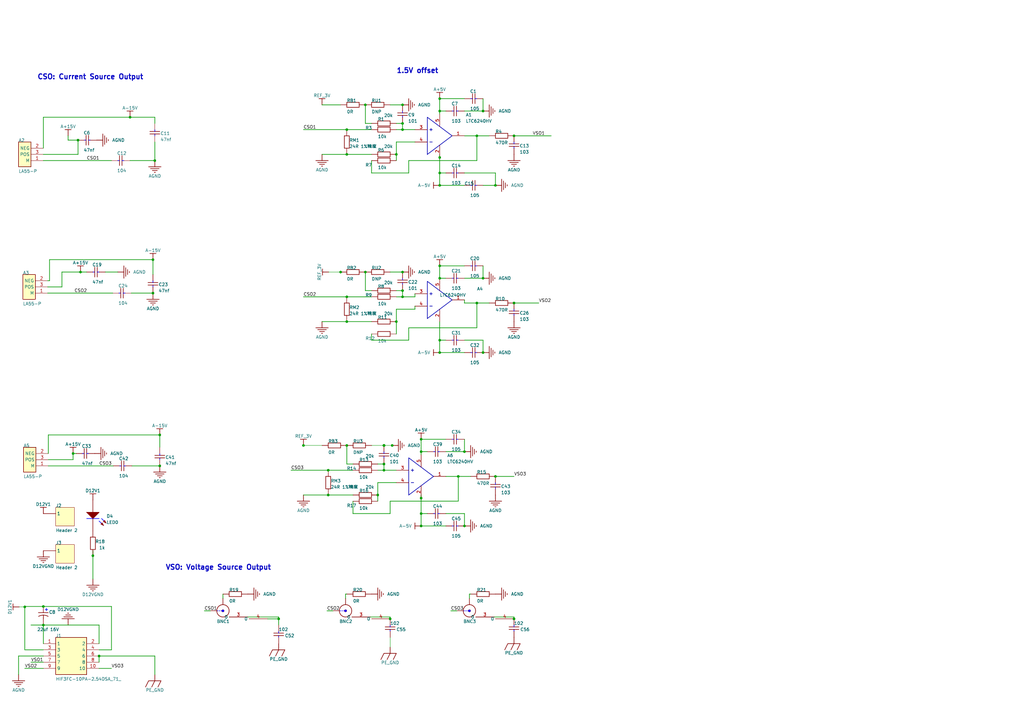
<source format=kicad_sch>
(kicad_sch (version 20230121) (generator eeschema)
  (paper "A3")
  (junction (at 165.1 119.2022))
  (junction (at 165.1 121.7422))
  (junction (at 180.34 139.5222))
  (junction (at 157.48 190.3222))
  (junction (at 172.72 180.1622))
  (junction (at 160.02 253.8222))
  (junction (at 154.94 203.0222))
  (junction (at 165.1 50.6222))
  (junction (at 160.8582 182.7022))
  (junction (at 38.1 227.9142))
  (junction (at 165.1 43.0022))
  (junction (at 190.5 215.7222))
  (junction (at 180.34 144.6022))
  (junction (at 162.56 131.9022))
  (junction (at 180.34 45.5422))
  (junction (at 203.2 195.4022))
  (junction (at 149.86 43.0022))
  (junction (at 180.34 76.0222))
  (junction (at 65.532 178.3842))
  (junction (at 162.56 63.3222))
  (junction (at 142.24 63.3222))
  (junction (at 124.46 182.7022))
  (junction (at 180.34 40.4622))
  (junction (at 180.34 114.1222))
  (junction (at 142.24 121.7422))
  (junction (at 10.16 248.92))
  (junction (at 62.738 120.2182))
  (junction (at 65.532 191.0842))
  (junction (at 172.72 204.2922))
  (junction (at 210.82 55.7022))
  (junction (at 165.1 111.5822))
  (junction (at 198.12 144.6022))
  (junction (at 134.62 192.8622))
  (junction (at 149.86 111.5822))
  (junction (at 195.58 55.7022))
  (junction (at 134.62 203.0222))
  (junction (at 157.48 192.8622))
  (junction (at 63.5 65.8622))
  (junction (at 180.34 109.0422))
  (junction (at 17.78 256.3622))
  (junction (at 53.34 48.0822))
  (junction (at 165.1 53.1622))
  (junction (at 17.78 248.7422))
  (junction (at 198.12 45.5422))
  (junction (at 210.82 253.8222))
  (junction (at 172.72 210.6422))
  (junction (at 203.2 76.0222))
  (junction (at 29.972 186.0042))
  (junction (at 180.34 64.5922))
  (junction (at 195.58 124.2822))
  (junction (at 190.5 185.2422))
  (junction (at 180.34 70.9422))
  (junction (at 198.12 114.1222))
  (junction (at 210.82 124.2822))
  (junction (at 187.96 195.4022))
  (junction (at 157.5054 182.7022))
  (junction (at 33.02 111.5822))
  (junction (at 139.7 111.5822))
  (junction (at 172.72 215.7222))
  (junction (at 40.64 269.0622))
  (junction (at 157.48 182.7022))
  (junction (at 142.24 131.9022))
  (junction (at 32.004 57.4802))
  (junction (at 62.738 106.5022))
  (junction (at 114.3 253.8222))
  (junction (at 142.24 53.1622))
  (junction (at 172.72 185.2422))
  (junction (at 142.24 182.7022))
  (wire (pts (xy 149.86 50.6222) (xy 149.86 43.0022)) (stroke (width 0.254)))
  (wire (pts (xy 124.46 182.7022) (xy 124.46 182.7276)))
  (wire (pts (xy 25.4 117.6782) (xy 25.4 111.5822)) (stroke (width 0.254)))
  (wire (pts (xy 180.34 64.5922) (xy 180.34 63.3222)) (stroke (width 0.254)))
  (wire (pts (xy 19.558 115.1382) (xy 20.32 115.1382)) (stroke (width 0.254)))
  (wire (pts (xy 190.5 45.5422) (xy 198.12 45.5422)) (stroke (width 0.254)))
  (wire (pts (xy 180.34 109.0422) (xy 190.5 109.0422)) (stroke (width 0.254)))
  (wire (pts (xy 144.78 192.8622) (xy 134.62 192.8622)) (stroke (width 0.254)))
  (wire (pts (xy 17.78 256.3622) (xy 40.64 256.3622)) (stroke (width 0.254)))
  (wire (pts (xy 45.72 266.5222) (xy 45.72 248.7422)) (stroke (width 0.254)))
  (wire (pts (xy 170.18 126.8222) (xy 170.18 125.5522)) (stroke (width 0.254)))
  (wire (pts (xy 27.94 55.7022) (xy 27.94 57.4802)) (stroke (width 0.254)))
  (wire (pts (xy 162.56 126.8222) (xy 170.18 126.8222)) (stroke (width 0.254)))
  (wire (pts (xy 54.102 191.0842) (xy 65.532 191.0842)) (stroke (width 0.254)))
  (wire (pts (xy 132.08 182.7022) (xy 124.46 182.7022)))
  (wire (pts (xy 157.48 182.7022) (xy 157.5054 182.7022)))
  (wire (pts (xy 63.5 276.6822) (xy 63.5 269.0622)) (stroke (width 0.254)))
  (wire (pts (xy 142.24 63.3222) (xy 132.08 63.3222)) (stroke (width 0.254)))
  (wire (pts (xy 162.56 53.1622) (xy 165.1 53.1622)) (stroke (width 0.254)))
  (wire (pts (xy 190.5 139.5222) (xy 198.12 139.5222)) (stroke (width 0.254)))
  (wire (pts (xy 203.2 76.0222) (xy 198.12 76.0222)) (stroke (width 0.254)))
  (wire (pts (xy 190.5 124.2822) (xy 195.58 124.2822)) (stroke (width 0.254)))
  (wire (pts (xy 160.02 111.5822) (xy 165.1 111.5822)) (stroke (width 0.254)))
  (wire (pts (xy 162.56 58.2422) (xy 162.56 63.3222)) (stroke (width 0.254)))
  (wire (pts (xy 43.18 111.5822) (xy 48.26 111.5822)) (stroke (width 0.254)))
  (wire (pts (xy 187.96 195.4022) (xy 182.88 195.4022)) (stroke (width 0.254)))
  (wire (pts (xy 63.5 269.0622) (xy 40.64 269.0622)) (stroke (width 0.254)))
  (wire (pts (xy 38.1 237.49) (xy 38.1 227.9142)) (stroke (width 0.254)))
  (wire (pts (xy 38.1 227.9142) (xy 38.1 225.8822)) (stroke (width 0.254)))
  (wire (pts (xy 134.62 192.8622) (xy 119.38 192.8622)) (stroke (width 0.254)))
  (wire (pts (xy 19.812 178.3842) (xy 65.532 178.3842)) (stroke (width 0.254)))
  (wire (pts (xy 45.72 248.7422) (xy 17.78 248.7422)) (stroke (width 0.254)))
  (wire (pts (xy 27.94 256.3114) (xy 27.94 256.286)))
  (wire (pts (xy 180.34 76.0222) (xy 180.34 70.9422)) (stroke (width 0.254)))
  (wire (pts (xy 62.738 112.5982) (xy 62.738 106.5022)) (stroke (width 0.254)))
  (wire (pts (xy 139.7508 111.5822) (xy 139.7 111.5822)))
  (wire (pts (xy 180.34 46.8122) (xy 180.34 45.5422)) (stroke (width 0.254)))
  (wire (pts (xy 200.66 124.2822) (xy 195.58 124.2822)) (stroke (width 0.254)))
  (wire (pts (xy 152.4 65.8622) (xy 152.4 70.9422)) (stroke (width 0.254)))
  (wire (pts (xy 63.5 48.0822) (xy 63.5 50.6222)) (stroke (width 0.254)))
  (wire (pts (xy 29.972 188.5442) (xy 19.812 188.5442)) (stroke (width 0.254)))
  (wire (pts (xy 63.5 58.2422) (xy 63.5 65.8622)) (stroke (width 0.254)))
  (wire (pts (xy 162.56 119.2022) (xy 165.1 119.2022)) (stroke (width 0.254)))
  (wire (pts (xy 160.02 253.0602) (xy 160.02 253.8222)) (stroke (width 0.254)))
  (wire (pts (xy 180.34 139.5222) (xy 182.88 139.5222)) (stroke (width 0.254)))
  (wire (pts (xy 27.94 57.4802) (xy 32.004 57.4802)) (stroke (width 0.254)))
  (wire (pts (xy 20.32 106.5022) (xy 62.738 106.5022)) (stroke (width 0.254)))
  (wire (pts (xy 160.02 205.5622) (xy 187.96 205.5622)) (stroke (width 0.254)))
  (wire (pts (xy 202.692 253.0602) (xy 210.82 253.0602)) (stroke (width 0.254)))
  (wire (pts (xy 180.34 45.5422) (xy 180.34 40.4622)) (stroke (width 0.254)))
  (wire (pts (xy 19.812 191.0842) (xy 46.482 191.0842)) (stroke (width 0.254)))
  (wire (pts (xy 172.72 210.6422) (xy 175.26 210.6422)) (stroke (width 0.254)))
  (wire (pts (xy 210.82 124.2822) (xy 220.98 124.2822)) (stroke (width 0.254)))
  (wire (pts (xy 190.5 123.0122) (xy 190.5 124.2822)) (stroke (width 0.254)))
  (wire (pts (xy 167.64 70.9422) (xy 167.64 65.8622)) (stroke (width 0.254)))
  (wire (pts (xy 190.5 185.2422) (xy 190.5 180.1622)) (stroke (width 0.254)))
  (wire (pts (xy 53.34 48.0822) (xy 17.78 48.0822)) (stroke (width 0.254)))
  (wire (pts (xy 142.24 190.3222) (xy 142.24 182.7022)) (stroke (width 0.254)))
  (wire (pts (xy 29.972 186.0042) (xy 29.972 188.5442)) (stroke (width 0.254)))
  (wire (pts (xy 210.312 55.7022) (xy 210.82 55.7022)) (stroke (width 0.254)))
  (wire (pts (xy 195.58 65.8622) (xy 195.58 55.7022)) (stroke (width 0.254)))
  (wire (pts (xy 198.12 139.5222) (xy 198.12 144.6022)) (stroke (width 0.254)))
  (wire (pts (xy 157.48 182.6768) (xy 157.48 182.7022)))
  (wire (pts (xy 203.2 70.9422) (xy 203.2 76.0222)) (stroke (width 0.254)))
  (wire (pts (xy 180.34 144.6022) (xy 180.34 139.5222)) (stroke (width 0.254)))
  (wire (pts (xy 172.72 215.7222) (xy 172.72 210.6422)) (stroke (width 0.254)))
  (wire (pts (xy 160.8582 182.7022) (xy 160.8836 182.7022)))
  (wire (pts (xy 190.5 70.9422) (xy 203.2 70.9422)) (stroke (width 0.254)))
  (wire (pts (xy 17.78 248.7422) (xy 10.16 248.7422)) (stroke (width 0.254)))
  (wire (pts (xy 175.26 185.2422) (xy 172.72 185.2422)) (stroke (width 0.254)))
  (wire (pts (xy 200.66 55.7022) (xy 195.58 55.7022)) (stroke (width 0.254)))
  (wire (pts (xy 182.88 45.5422) (xy 180.34 45.5422)) (stroke (width 0.254)))
  (wire (pts (xy 172.72 204.2922) (xy 172.72 210.6422)) (stroke (width 0.254)))
  (wire (pts (xy 154.94 192.8622) (xy 157.48 192.8622)) (stroke (width 0.254)))
  (wire (pts (xy 144.78 210.6422) (xy 160.02 210.6422)) (stroke (width 0.254)))
  (wire (pts (xy 182.88 210.6422) (xy 190.5 210.6422)) (stroke (width 0.254)))
  (wire (pts (xy 7.874 248.92) (xy 10.16 248.92)))
  (wire (pts (xy 63.5 65.8622) (xy 53.34 65.8622)) (stroke (width 0.254)))
  (wire (pts (xy 149.86 119.2022) (xy 149.86 111.5822)) (stroke (width 0.254)))
  (wire (pts (xy 17.78 269.0622) (xy 7.62 269.0622)) (stroke (width 0.254)))
  (wire (pts (xy 162.56 131.9022) (xy 162.56 126.8222)) (stroke (width 0.254)))
  (wire (pts (xy 193.04 243.6622) (xy 192.532 243.6622)) (stroke (width 0.254)))
  (wire (pts (xy 157.48 190.3222) (xy 157.48 192.8622)) (stroke (width 0.254)))
  (wire (pts (xy 195.58 134.4422) (xy 167.64 134.4422)) (stroke (width 0.254)))
  (wire (pts (xy 86.36 250.5202) (xy 83.82 250.5202)) (stroke (width 0.254)))
  (wire (pts (xy 182.88 215.7222) (xy 172.72 215.7222)) (stroke (width 0.254)))
  (wire (pts (xy 198.12 45.5422) (xy 198.12 40.4622)) (stroke (width 0.254)))
  (wire (pts (xy 136.652 250.5202) (xy 134.112 250.5202)) (stroke (width 0.254)))
  (wire (pts (xy 46.228 120.2182) (xy 19.558 120.2182)) (stroke (width 0.254)))
  (wire (pts (xy 144.78 205.5622) (xy 144.78 210.6422)) (stroke (width 0.254)))
  (wire (pts (xy 19.558 117.6782) (xy 25.4 117.6782)) (stroke (width 0.254)))
  (wire (pts (xy 152.4 50.6222) (xy 149.86 50.6222)) (stroke (width 0.254)))
  (wire (pts (xy 65.532 178.3842) (xy 65.532 183.4642)) (stroke (width 0.254)))
  (wire (pts (xy 157.5054 182.6768) (xy 157.5054 182.7022)))
  (wire (pts (xy 167.64 134.4422) (xy 167.64 139.5222)) (stroke (width 0.254)))
  (wire (pts (xy 17.78 48.0822) (xy 17.78 60.7822)) (stroke (width 0.254)))
  (wire (pts (xy 17.78 274.1422) (xy 10.16 274.1422)) (stroke (width 0.254)))
  (wire (pts (xy 40.64 271.6022) (xy 40.64 269.0622)) (stroke (width 0.254)))
  (wire (pts (xy 180.34 114.1222) (xy 180.34 109.0422)) (stroke (width 0.254)))
  (wire (pts (xy 170.18 58.2422) (xy 162.56 58.2422)) (stroke (width 0.254)))
  (wire (pts (xy 195.58 124.2822) (xy 195.58 134.4422)) (stroke (width 0.254)))
  (wire (pts (xy 152.4 53.1622) (xy 142.24 53.1622)) (stroke (width 0.254)))
  (wire (pts (xy 154.94 203.0222) (xy 154.94 205.5622)) (stroke (width 0.254)))
  (wire (pts (xy 162.56 136.9822) (xy 162.56 131.9022)) (stroke (width 0.254)))
  (wire (pts (xy 141.732 243.6622) (xy 142.24 243.6622)) (stroke (width 0.254)))
  (wire (pts (xy 142.2908 182.7022) (xy 142.24 182.7022)))
  (wire (pts (xy 198.12 114.1222) (xy 198.12 109.0422)) (stroke (width 0.254)))
  (wire (pts (xy 139.7 111.5822) (xy 134.8232 111.5822)))
  (wire (pts (xy 142.24 131.9022) (xy 132.08 131.9022)) (stroke (width 0.254)))
  (wire (pts (xy 195.58 55.7022) (xy 190.5 55.7022)) (stroke (width 0.254)))
  (wire (pts (xy 10.16 248.7422) (xy 10.16 248.92)) (stroke (width 0.254)))
  (wire (pts (xy 182.88 114.1222) (xy 180.34 114.1222)) (stroke (width 0.254)))
  (wire (pts (xy 154.94 190.3222) (xy 157.48 190.3222)) (stroke (width 0.254)))
  (wire (pts (xy 167.64 139.5222) (xy 152.4 139.5222)) (stroke (width 0.254)))
  (wire (pts (xy 180.34 70.9422) (xy 180.34 64.5922)) (stroke (width 0.254)))
  (wire (pts (xy 53.848 120.2182) (xy 62.738 120.2182)) (stroke (width 0.254)))
  (wire (pts (xy 152.4 63.3222) (xy 142.24 63.3222)) (stroke (width 0.254)))
  (wire (pts (xy 157.5054 182.7022) (xy 160.8582 182.7022)))
  (wire (pts (xy 40.64 263.9822) (xy 40.64 256.3622)) (stroke (width 0.254)))
  (wire (pts (xy 152.4 121.7422) (xy 142.24 121.7422)) (stroke (width 0.254)))
  (wire (pts (xy 17.78 63.3222) (xy 32.004 63.3222)) (stroke (width 0.254)))
  (wire (pts (xy 190.5 144.6022) (xy 180.34 144.6022)) (stroke (width 0.254)))
  (wire (pts (xy 172.72 203.0222) (xy 172.72 204.2922)) (stroke (width 0.254)))
  (wire (pts (xy 144.78 203.0222) (xy 134.62 203.0222)) (stroke (width 0.254)))
  (wire (pts (xy 172.72 185.2422) (xy 172.72 180.1622)) (stroke (width 0.254)))
  (wire (pts (xy 165.1 53.1622) (xy 170.18 53.1622)) (stroke (width 0.254)))
  (wire (pts (xy 210.82 253.0602) (xy 210.82 253.8222)) (stroke (width 0.254)))
  (wire (pts (xy 193.04 195.4022) (xy 187.96 195.4022)) (stroke (width 0.254)))
  (wire (pts (xy 17.78 65.8622) (xy 45.72 65.8622)) (stroke (width 0.254)))
  (wire (pts (xy 165.1 119.2022) (xy 165.1 121.7422)) (stroke (width 0.254)))
  (wire (pts (xy 152.4 70.9422) (xy 167.64 70.9422)) (stroke (width 0.254)))
  (wire (pts (xy 160.02 43.0022) (xy 165.1 43.0022)) (stroke (width 0.254)))
  (wire (pts (xy 210.82 55.7022) (xy 226.06 55.7022)) (stroke (width 0.254)))
  (wire (pts (xy 182.88 70.9422) (xy 180.34 70.9422)) (stroke (width 0.254)))
  (wire (pts (xy 109.728 253.8222) (xy 114.3 253.8222)) (stroke (width 0.254)))
  (wire (pts (xy 182.88 185.2422) (xy 190.5 185.2422)) (stroke (width 0.254)))
  (wire (pts (xy 12.7 256.3622) (xy 17.78 256.3622)) (stroke (width 0.254)))
  (wire (pts (xy 17.78 256.3622) (xy 17.78 263.9822)) (stroke (width 0.254)))
  (wire (pts (xy 167.64 65.8622) (xy 195.58 65.8622)) (stroke (width 0.254)))
  (wire (pts (xy 19.812 186.0042) (xy 19.812 178.3842)) (stroke (width 0.254)))
  (wire (pts (xy 152.4 119.2022) (xy 149.86 119.2022)) (stroke (width 0.254)))
  (wire (pts (xy 152.4 131.9022) (xy 142.24 131.9022)) (stroke (width 0.254)))
  (wire (pts (xy 7.62 269.0622) (xy 7.62 276.6822)) (stroke (width 0.254)))
  (wire (pts (xy 170.18 121.7422) (xy 170.18 120.4722)) (stroke (width 0.254)))
  (wire (pts (xy 12.7 271.6022) (xy 17.78 271.6022)) (stroke (width 0.254)))
  (wire (pts (xy 157.48 192.8622) (xy 162.56 192.8622)) (stroke (width 0.254)))
  (wire (pts (xy 172.72 185.2422) (xy 172.72 186.5122)) (stroke (width 0.254)))
  (wire (pts (xy 162.56 63.3222) (xy 162.56 65.8622)) (stroke (width 0.254)))
  (wire (pts (xy 203.2 195.4022) (xy 210.82 195.4022)) (stroke (width 0.254)))
  (wire (pts (xy 25.4 111.5822) (xy 33.02 111.5822)) (stroke (width 0.254)))
  (wire (pts (xy 172.72 180.1622) (xy 182.88 180.1622)) (stroke (width 0.254)))
  (wire (pts (xy 31.242 186.0042) (xy 29.972 186.0042)) (stroke (width 0.254)))
  (wire (pts (xy 162.56 121.7422) (xy 165.1 121.7422)) (stroke (width 0.254)))
  (wire (pts (xy 53.34 48.0822) (xy 63.5 48.0822)) (stroke (width 0.254)))
  (wire (pts (xy 165.1 121.7422) (xy 170.18 121.7422)) (stroke (width 0.254)))
  (wire (pts (xy 187.96 205.5622) (xy 187.96 195.4022)) (stroke (width 0.254)))
  (wire (pts (xy 132.08 43.0022) (xy 139.7 43.0022)) (stroke (width 0.254)))
  (wire (pts (xy 190.5 76.0222) (xy 180.34 76.0222)) (stroke (width 0.254)))
  (wire (pts (xy 114.3 253.8222) (xy 114.3 256.3622)) (stroke (width 0.254)))
  (wire (pts (xy 114.3 253.0602) (xy 114.3 253.8222)) (stroke (width 0.254)))
  (wire (pts (xy 17.78 266.5222) (xy 10.16 266.5222)) (stroke (width 0.254)))
  (wire (pts (xy 152.4508 182.7022) (xy 157.48 182.7022)))
  (wire (pts (xy 142.24 121.7422) (xy 124.46 121.7422)) (stroke (width 0.254)))
  (wire (pts (xy 160.02 210.6422) (xy 160.02 205.5622)) (stroke (width 0.254)))
  (wire (pts (xy 187.452 250.5202) (xy 184.912 250.5202)) (stroke (width 0.254)))
  (wire (pts (xy 32.004 63.3222) (xy 32.004 57.4802)) (stroke (width 0.254)))
  (wire (pts (xy 154.94 197.9422) (xy 154.94 203.0222)) (stroke (width 0.254)))
  (wire (pts (xy 190.5 114.1222) (xy 198.12 114.1222)) (stroke (width 0.254)))
  (wire (pts (xy 10.16 248.92) (xy 10.16 266.5222)) (stroke (width 0.254)))
  (wire (pts (xy 141.732 245.4402) (xy 141.732 243.6622)) (stroke (width 0.254)))
  (wire (pts (xy 134.62 203.0222) (xy 124.46 203.0222)) (stroke (width 0.254)))
  (wire (pts (xy 40.64 266.5222) (xy 45.72 266.5222)) (stroke (width 0.254)))
  (wire (pts (xy 160.02 265.43) (xy 160.02 261.4422)))
  (wire (pts (xy 152.4 139.5222) (xy 152.4 136.9822)) (stroke (width 0.254)))
  (wire (pts (xy 192.532 243.6622) (xy 192.532 245.4402)) (stroke (width 0.254)))
  (wire (pts (xy 91.44 245.4402) (xy 91.44 243.6622)) (stroke (width 0.254)))
  (wire (pts (xy 180.34 40.4622) (xy 190.5 40.4622)) (stroke (width 0.254)))
  (wire (pts (xy 35.56 111.5822) (xy 33.02 111.5822)) (stroke (width 0.254)))
  (wire (pts (xy 162.56 197.9422) (xy 154.94 197.9422)) (stroke (width 0.254)))
  (wire (pts (xy 20.32 115.1382) (xy 20.32 106.5022)) (stroke (width 0.254)))
  (wire (pts (xy 151.892 253.0602) (xy 160.02 253.0602)) (stroke (width 0.254)))
  (wire (pts (xy 142.24 53.1622) (xy 124.46 53.1622)) (stroke (width 0.254)))
  (wire (pts (xy 40.64 274.1422) (xy 45.72 274.1422)) (stroke (width 0.254)))
  (wire (pts (xy 144.78 190.3222) (xy 142.24 190.3222)) (stroke (width 0.254)))
  (wire (pts (xy 101.6 253.0602) (xy 114.3 253.0602)) (stroke (width 0.254)))
  (wire (pts (xy 190.5 210.6422) (xy 190.5 215.7222)) (stroke (width 0.254)))
  (wire (pts (xy 162.56 50.6222) (xy 165.1 50.6222)) (stroke (width 0.254)))
  (wire (pts (xy 165.1 50.6222) (xy 165.1 53.1622)) (stroke (width 0.254)))
  (wire (pts (xy 180.34 131.9022) (xy 180.34 139.5222)) (stroke (width 0.254)))
  (text "1.5V offset" (at 162.56 30.3022 0) (effects (font (size 2.032 2.032) bold) (justify left bottom)))
  (text "VSO: Voltage Source Output" (at 67.818 234.0102 0) (effects (font (size 2.032 2.032) bold) (justify left bottom)))
  (text "CSO: Current Source Output" (at 15.24 32.8422 0) (effects (font (size 2.032 2.032) bold) (justify left bottom)))
  (label "CSO3" (at 184.912 250.5202 180))
  (label "CSO3" (at 40.64 191.0842 180))
  (label "VSO2" (at 220.98 124.2822 180))
  (label "VSO3" (at 210.82 195.4022 180))
  (label "CSO2" (at 134.112 250.5202 180))
  (label "VSO1" (at 218.44 55.7022 180))
  (label "CSO2" (at 124.46 121.7422 180))
  (label "CSO3" (at 119.38 192.8622 180))
  (label "VSO2" (at 10.16 274.1422 180))
  (label "VSO3" (at 45.72 274.1422 180))
  (label "VSO1" (at 12.7 271.6022 180))
  (label "CSO2" (at 30.48 120.2182 180))
  (label "CSO1" (at 83.82 250.5202 180))
  (label "CSO1" (at 35.56 65.8622 180))
  (label "CSO1" (at 124.46 53.1622 180))
  (symbol (lib_id "sensorLEM_portable-altium-import:root_2_Cap") (at 187.96 218.2622 0) (unit 1)
    (property "Reference" "C45" (at 185.166 213.4362 0) (effects (justify left bottom)))
    (property "Value" "105" (at 185.166 220.5482 0) (effects (justify left bottom)))
    (property "Footprint" "0805" (effects hide))
    (property "PUBLISHED" "8-Jun-2000" (effects hide))
    (property "LATESTREVISIONDATE" "17-Jul-2002" (effects hide))
    (property "LATESTREVISIONNOTE" "Re-released for DXP Platform." (effects hide))
    (property "PACKAGEREFERENCE" "RAD-0.3" (effects hide))
    (property "PUBLISHER" "Altium Limited" (effects hide))
    (property "ALTIUM_VALUE" "101" (effects hide))
  )
  (symbol (lib_id "sensorLEM_portable-altium-import:root_0_Res2") (at 154.94 116.6622 0) (unit 1)
    (property "Reference" "R8" (at 154.94 118.1862 0) (effects (justify left bottom)))
    (property "Value" "20k" (at 157.48 116.6622 0) (effects (justify left bottom)))
    (property "Footprint" "0805" (effects hide))
    (property "PUBLISHED" "8-Jun-2000" (effects hide))
    (property "LATESTREVISIONDATE" "17-Jul-2002" (effects hide))
    (property "LATESTREVISIONNOTE" "Re-released for DXP Platform." (effects hide))
    (property "PACKAGEREFERENCE" "AXIAL-0.4" (effects hide))
    (property "PUBLISHER" "Altium Limited" (effects hide))
    (property "ALTIUM_VALUE" "10K" (effects hide))
  )
  (symbol (lib_id "sensorLEM_portable-altium-import:root_0_AO_LTC6240HV") (at 175.26 55.7022 0) (unit 1)
    (property "Reference" "A1" (at 191.008 47.8282 0) (effects (justify left bottom)))
    (property "Value" "LTC6240HV" (at 191.008 50.3682 0) (effects (justify left bottom)))
    (property "Footprint" "SOT95P280X100-5N" (effects hide))
    (property "FARNELL #" "2294747" (effects hide))
    (property "PRODUTTORE" "LINEAR TECHNOLOGY" (effects hide))
    (property "CODICE PRODUTTORE" "LTC6240HVHS5#PBF" (effects hide))
    (property "PACKAGE" "sot23-5" (effects hide))
    (property "CLASSE" "IC" (effects hide))
  )
  (symbol (lib_id "sensorLEM_portable-altium-import:root_1_Cap Semi") (at 60.96 55.7022 0) (unit 1)
    (property "Reference" "C11" (at 65.786 55.4482 0) (effects (justify left bottom)))
    (property "Value" "47nf" (at 65.786 57.9882 0) (effects (justify left bottom)))
    (property "Footprint" "0805" (effects hide))
    (property "PUBLISHED" "8-Jun-2000" (effects hide))
    (property "LATESTREVISIONDATE" "17-Jul-2002" (effects hide))
    (property "LATESTREVISIONNOTE" "Re-released for DXP Platform." (effects hide))
    (property "PACKAGEREFERENCE" "C1206" (effects hide))
    (property "PUBLISHER" "Altium Limited" (effects hide))
  )
  (symbol (lib_id "sensorLEM_portable-altium-import:root_0_Res2") (at 142.24 109.0422 0) (unit 1)
    (property "Reference" "RB2" (at 142.24 110.5662 0) (effects (justify left bottom)))
    (property "Value" "0R" (at 142.24 115.1382 0) (effects (justify left bottom)))
    (property "Footprint" "0805" (effects hide))
    (property "PUBLISHED" "8-Jun-2000" (effects hide))
    (property "LATESTREVISIONDATE" "17-Jul-2002" (effects hide))
    (property "LATESTREVISIONNOTE" "Re-released for DXP Platform." (effects hide))
    (property "PACKAGEREFERENCE" "AXIAL-0.4" (effects hide))
    (property "PUBLISHER" "Altium Limited" (effects hide))
    (property "ALTIUM_VALUE" "10K" (effects hide))
  )
  (symbol (lib_id "sensorLEM_portable-altium-import:AGND") (at 63.5 65.8622 0) (unit 1)
    (property "Reference" "#PWR0103" (effects hide))
    (property "Value" "AGND" (at 63.5 72.2122 0))
  )
  (symbol (lib_id "sensorLEM_portable-altium-import:AGND") (at 132.08 63.3222 0) (unit 1)
    (property "Reference" "#PWR0124" (effects hide))
    (property "Value" "AGND" (at 132.08 69.6722 0))
  )
  (symbol (lib_id "sensorLEM_portable-altium-import:AGND") (at 132.08 131.9022 0) (unit 1)
    (property "Reference" "#PWR0101" (effects hide))
    (property "Value" "AGND" (at 132.08 138.2522 0))
  )
  (symbol (lib_id "sensorLEM_portable-altium-import:root_0_Res2") (at 152.4 40.4622 0) (unit 1)
    (property "Reference" "RU1" (at 152.4 41.9862 0) (effects (justify left bottom)))
    (property "Value" "DNP" (at 152.4 46.5582 0) (effects (justify left bottom)))
    (property "Footprint" "0805" (effects hide))
    (property "PUBLISHED" "8-Jun-2000" (effects hide))
    (property "LATESTREVISIONDATE" "17-Jul-2002" (effects hide))
    (property "LATESTREVISIONNOTE" "Re-released for DXP Platform." (effects hide))
    (property "PACKAGEREFERENCE" "AXIAL-0.4" (effects hide))
    (property "PUBLISHER" "Altium Limited" (effects hide))
    (property "ALTIUM_VALUE" "10K" (effects hide))
  )
  (symbol (lib_id "sensorLEM_portable-altium-import:AGND") (at 210.82 131.9022 0) (unit 1)
    (property "Reference" "#PWR0111" (effects hide))
    (property "Value" "AGND" (at 210.82 138.2522 0))
  )
  (symbol (lib_id "sensorLEM_portable-altium-import:root_2_BNC") (at 93.98 253.0602 0) (unit 1)
    (property "Reference" "BNC1" (at 88.9 255.6002 0) (effects (justify left bottom)))
    (property "Value" "BNC" (effects hide))
    (property "Footprint" "BNC" (effects hide))
    (property "LATESTREVISIONDATE" "17-Jul-2002" (effects hide))
    (property "LATESTREVISIONNOTE" "Re-released for DXP Platform." (effects hide))
    (property "PUBLISHER" "Altium Limited" (effects hide))
  )
  (symbol (lib_id "sensorLEM_portable-altium-import:root_2_Cap Semi") (at 40.64 114.1222 0) (unit 1)
    (property "Reference" "C19" (at 37.846 109.2962 0) (effects (justify left bottom)))
    (property "Value" "47nf" (at 37.846 116.4082 0) (effects (justify left bottom)))
    (property "Footprint" "0805" (effects hide))
    (property "PUBLISHED" "8-Jun-2000" (effects hide))
    (property "LATESTREVISIONDATE" "17-Jul-2002" (effects hide))
    (property "LATESTREVISIONNOTE" "Re-released for DXP Platform." (effects hide))
    (property "PACKAGEREFERENCE" "C1206" (effects hide))
    (property "PUBLISHER" "Altium Limited" (effects hide))
  )
  (symbol (lib_id "sensorLEM_portable-altium-import:root_0_Res2") (at 147.32 203.0222 0) (unit 1)
    (property "Reference" "R17" (at 142.24 208.1022 0) (effects (justify left bottom)))
    (property "Value" "10k" (at 147.32 209.1182 0) (effects (justify left bottom)))
    (property "Footprint" "0805" (effects hide))
    (property "PUBLISHED" "8-Jun-2000" (effects hide))
    (property "LATESTREVISIONDATE" "17-Jul-2002" (effects hide))
    (property "LATESTREVISIONNOTE" "Re-released for DXP Platform." (effects hide))
    (property "PACKAGEREFERENCE" "AXIAL-0.4" (effects hide))
    (property "PUBLISHER" "Altium Limited" (effects hide))
    (property "ALTIUM_VALUE" "10K" (effects hide))
  )
  (symbol (lib_id "sensorLEM_portable-altium-import:A-15V") (at 65.532 178.3842 180) (unit 1)
    (property "Reference" "#PWR0136" (effects hide))
    (property "Value" "A-15V" (at 65.532 174.5742 0))
  )
  (symbol (lib_id "sensorLEM_portable-altium-import:A-5V") (at 180.34 76.0222 270) (unit 1)
    (property "Reference" "#PWR0120" (effects hide))
    (property "Value" "A-5V" (at 176.53 76.0222 90) (effects (justify right)))
  )
  (symbol (lib_id "sensorLEM_portable-altium-import:root_0_AO_LTC6240HV") (at 167.64 195.4022 0) (unit 1)
    (property "Reference" "A6" (at 183.388 187.5282 0) (effects (justify left bottom)))
    (property "Value" "LTC6240HV" (at 183.388 190.0682 0) (effects (justify left bottom)))
    (property "Footprint" "SOT95P280X100-5N" (effects hide))
    (property "FARNELL #" "2294747" (effects hide))
    (property "PRODUTTORE" "LINEAR TECHNOLOGY" (effects hide))
    (property "CODICE PRODUTTORE" "LTC6240HVHS5#PBF" (effects hide))
    (property "PACKAGE" "sot23-5" (effects hide))
    (property "CLASSE" "IC" (effects hide))
  )
  (symbol (lib_id "sensorLEM_portable-altium-import:root_2_LA55-P") (at 10.16 63.3222 0) (unit 1)
    (property "Reference" "A2" (at 7.62 58.2422 0) (effects (justify left bottom)))
    (property "Value" "LA55-P" (at 7.62 70.9422 0) (effects (justify left bottom)))
    (property "Footprint" "XDCR_LA55-P" (effects hide))
    (property "MP" "LA 55-P" (effects hide))
    (property "AVAILABILITY" "Unavailable" (effects hide))
    (property "SNAPEDA_LINK" "https://www.snapeda.com/parts/LA%2055-P/LEM%20USA%20Inc./view-part/38924/?ref=snap" (effects hide))
    (property "ALTIUM_VALUE" "*" (effects hide))
    (property "PACKAGE" "Module LEM USA" (effects hide))
    (property "PRICE" "None" (effects hide))
    (property "MF" "LEM USA" (effects hide))
  )
  (symbol (lib_id "sensorLEM_portable-altium-import:D12V1") (at 17.78 210.6422 180) (unit 1)
    (property "Reference" "#PWR0133" (effects hide))
    (property "Value" "D12V1" (at 17.78 206.8322 0))
  )
  (symbol (lib_id "sensorLEM_portable-altium-import:root_2_Res2") (at 200.66 246.2022 0) (unit 1)
    (property "Reference" "R21" (at 195.58 242.6462 0) (effects (justify left bottom)))
    (property "Value" "0R" (at 195.58 247.2182 0) (effects (justify left bottom)))
    (property "Footprint" "0805" (effects hide))
    (property "PUBLISHED" "8-Jun-2000" (effects hide))
    (property "LATESTREVISIONDATE" "17-Jul-2002" (effects hide))
    (property "LATESTREVISIONNOTE" "Re-released for DXP Platform." (effects hide))
    (property "PACKAGEREFERENCE" "AXIAL-0.4" (effects hide))
    (property "PUBLISHER" "Altium Limited" (effects hide))
    (property "ALTIUM_VALUE" "10K" (effects hide))
  )
  (symbol (lib_id "sensorLEM_portable-altium-import:root_3_Res2") (at 144.78 55.7022 0) (unit 1)
    (property "Reference" "RM1" (at 143.256 58.2422 0) (effects (justify left bottom)))
    (property "Value" "24R 1%精度" (at 143.256 60.7822 0) (effects (justify left bottom)))
    (property "Footprint" "2512" (effects hide))
    (property "PUBLISHED" "8-Jun-2000" (effects hide))
    (property "LATESTREVISIONDATE" "17-Jul-2002" (effects hide))
    (property "LATESTREVISIONNOTE" "Re-released for DXP Platform." (effects hide))
    (property "PACKAGEREFERENCE" "AXIAL-0.4" (effects hide))
    (property "PUBLISHER" "Altium Limited" (effects hide))
    (property "PACKAGEDESCRIPTION" "Axial Device, Thru-Hole; 2 Leads; 0.4 in Pin Spacing" (effects hide))
    (property "ALTIUM_VALUE" "3.3K" (effects hide))
  )
  (symbol (lib_id "sensorLEM_portable-altium-import:AGND") (at 203.2 76.0222 90) (unit 1)
    (property "Reference" "#PWR0106" (effects hide))
    (property "Value" "AGND" (at 209.55 76.0222 90) (effects (justify right)))
  )
  (symbol (lib_id "sensorLEM_portable-altium-import:root_0_Cap Semi") (at 49.022 188.5442 0) (unit 1)
    (property "Reference" "C42" (at 48.768 188.7982 0) (effects (justify left bottom)))
    (property "Value" "104" (at 48.768 195.9102 0) (effects (justify left bottom)))
    (property "Footprint" "0805" (effects hide))
    (property "PUBLISHED" "8-Jun-2000" (effects hide))
    (property "LATESTREVISIONDATE" "17-Jul-2002" (effects hide))
    (property "LATESTREVISIONNOTE" "Re-released for DXP Platform." (effects hide))
    (property "PACKAGEREFERENCE" "C1206" (effects hide))
    (property "PUBLISHER" "Altium Limited" (effects hide))
  )
  (symbol (lib_id "sensorLEM_portable-altium-import:root_2_Cap Semi") (at 36.322 188.5442 0) (unit 1)
    (property "Reference" "C33" (at 33.528 183.7182 0) (effects (justify left bottom)))
    (property "Value" "47nf" (at 33.528 190.8302 0) (effects (justify left bottom)))
    (property "Footprint" "0805" (effects hide))
    (property "PUBLISHED" "8-Jun-2000" (effects hide))
    (property "LATESTREVISIONDATE" "17-Jul-2002" (effects hide))
    (property "LATESTREVISIONNOTE" "Re-released for DXP Platform." (effects hide))
    (property "PACKAGEREFERENCE" "C1206" (effects hide))
    (property "PUBLISHER" "Altium Limited" (effects hide))
  )
  (symbol (lib_id "sensorLEM_portable-altium-import:root_2_Cap") (at 187.96 116.6622 0) (unit 1)
    (property "Reference" "C21" (at 185.166 111.8362 0) (effects (justify left bottom)))
    (property "Value" "103" (at 185.166 118.9482 0) (effects (justify left bottom)))
    (property "Footprint" "0805" (effects hide))
    (property "PUBLISHED" "8-Jun-2000" (effects hide))
    (property "LATESTREVISIONDATE" "17-Jul-2002" (effects hide))
    (property "LATESTREVISIONNOTE" "Re-released for DXP Platform." (effects hide))
    (property "PACKAGEREFERENCE" "RAD-0.3" (effects hide))
    (property "PUBLISHER" "Altium Limited" (effects hide))
    (property "ALTIUM_VALUE" "101" (effects hide))
  )
  (symbol (lib_id "sensorLEM_portable-altium-import:root_2_Cap") (at 180.34 187.7822 0) (unit 1)
    (property "Reference" "C39" (at 177.546 182.9562 0) (effects (justify left bottom)))
    (property "Value" "103" (at 177.546 190.0682 0) (effects (justify left bottom)))
    (property "Footprint" "0805" (effects hide))
    (property "PUBLISHED" "8-Jun-2000" (effects hide))
    (property "LATESTREVISIONDATE" "17-Jul-2002" (effects hide))
    (property "LATESTREVISIONNOTE" "Re-released for DXP Platform." (effects hide))
    (property "PACKAGEREFERENCE" "RAD-0.3" (effects hide))
    (property "PUBLISHER" "Altium Limited" (effects hide))
    (property "ALTIUM_VALUE" "101" (effects hide))
  )
  (symbol (lib_id "sensorLEM_portable-altium-import:root_0_Res2") (at 147.32 190.3222 0) (unit 1)
    (property "Reference" "R14" (at 142.24 192.8622 0) (effects (justify left bottom)))
    (property "Value" "10k" (at 147.32 196.4182 0) (effects (justify left bottom)))
    (property "Footprint" "0805" (effects hide))
    (property "PUBLISHED" "8-Jun-2000" (effects hide))
    (property "LATESTREVISIONDATE" "17-Jul-2002" (effects hide))
    (property "LATESTREVISIONNOTE" "Re-released for DXP Platform." (effects hide))
    (property "PACKAGEREFERENCE" "AXIAL-0.4" (effects hide))
    (property "PUBLISHER" "Altium Limited" (effects hide))
    (property "ALTIUM_VALUE" "10K" (effects hide))
  )
  (symbol (lib_id "sensorLEM_portable-altium-import:A+5V") (at 180.34 109.0422 180) (unit 1)
    (property "Reference" "#PWR0113" (effects hide))
    (property "Value" "A+5V" (at 180.34 105.2322 0))
  )
  (symbol (lib_id "sensorLEM_portable-altium-import:AGND") (at 124.46 203.0222 0) (unit 1)
    (property "Reference" "#PWR0138" (effects hide))
    (property "Value" "AGND" (at 124.46 209.3722 0))
  )
  (symbol (lib_id "sensorLEM_portable-altium-import:PE_GND") (at 63.5 276.6822 0) (unit 1)
    (property "Reference" "#PWR0145" (effects hide))
    (property "Value" "PE_GND" (at 63.5 283.0322 0))
  )
  (symbol (lib_id "sensorLEM_portable-altium-import:root_3_Cap Pol1") (at 20.32 251.2822 0) (unit 1)
    (property "Reference" "C8" (at 20.066 251.7902 0) (effects (justify left bottom)))
    (property "Value" "22uf 16V" (at 15.24 258.9022 0) (effects (justify left bottom)))
    (property "Footprint" "1206 (钽电容)" (effects hide))
    (property "PUBLISHED" "8-Jun-2000" (effects hide))
    (property "LATESTREVISIONDATE" "17-Jul-2002" (effects hide))
    (property "LATESTREVISIONNOTE" "Re-released for DXP Platform." (effects hide))
    (property "PUBLISHER" "Altium Limited" (effects hide))
  )
  (symbol (lib_id "sensorLEM_portable-altium-import:root_2_Res2") (at 149.86 246.2022 0) (unit 1)
    (property "Reference" "R20" (at 144.78 242.6462 0) (effects (justify left bottom)))
    (property "Value" "0R" (at 144.78 247.2182 0) (effects (justify left bottom)))
    (property "Footprint" "0805" (effects hide))
    (property "PUBLISHED" "8-Jun-2000" (effects hide))
    (property "LATESTREVISIONDATE" "17-Jul-2002" (effects hide))
    (property "LATESTREVISIONNOTE" "Re-released for DXP Platform." (effects hide))
    (property "PACKAGEREFERENCE" "AXIAL-0.4" (effects hide))
    (property "PUBLISHER" "Altium Limited" (effects hide))
    (property "ALTIUM_VALUE" "10K" (effects hide))
  )
  (symbol (lib_id "sensorLEM_portable-altium-import:AGND") (at 62.738 120.2182 0) (unit 1)
    (property "Reference" "#PWR0114" (effects hide))
    (property "Value" "AGND" (at 62.738 126.5682 0))
  )
  (symbol (lib_id "sensorLEM_portable-altium-import:AGND") (at 198.12 114.1222 90) (unit 1)
    (property "Reference" "#PWR0108" (effects hide))
    (property "Value" "AGND" (at 204.47 114.1222 90) (effects (justify right)))
  )
  (symbol (lib_id "sensorLEM_portable-altium-import:AGND") (at 48.26 111.5822 90) (unit 1)
    (property "Reference" "#PWR0115" (effects hide))
    (property "Value" "AGND" (at 54.61 111.5822 90) (effects (justify right)))
  )
  (symbol (lib_id "sensorLEM_portable-altium-import:root_2_Res2") (at 200.66 197.9422 0) (unit 1)
    (property "Reference" "R15" (at 195.58 194.3862 0) (effects (justify left bottom)))
    (property "Value" "470R" (at 195.58 198.9582 0) (effects (justify left bottom)))
    (property "Footprint" "0805" (effects hide))
    (property "PUBLISHED" "8-Jun-2000" (effects hide))
    (property "LATESTREVISIONDATE" "17-Jul-2002" (effects hide))
    (property "LATESTREVISIONNOTE" "Re-released for DXP Platform." (effects hide))
    (property "PACKAGEREFERENCE" "AXIAL-0.4" (effects hide))
    (property "PUBLISHER" "Altium Limited" (effects hide))
    (property "ALTIUM_VALUE" "470R" (effects hide))
  )
  (symbol (lib_id "sensorLEM_portable-altium-import:D12V1") (at 38.1 205.0542 180) (unit 1)
    (property "Reference" "#PWR0134" (effects hide))
    (property "Value" "D12V1" (at 38.1 201.2442 0))
  )
  (symbol (lib_id "sensorLEM_portable-altium-import:AGND") (at 38.862 186.0042 90) (unit 1)
    (property "Reference" "#PWR0131" (effects hide))
    (property "Value" "AGND" (at 45.212 186.0042 90) (effects (justify right)))
  )
  (symbol (lib_id "sensorLEM_portable-altium-import:root_3_Cap Semi") (at 162.56 256.3622 0) (unit 1)
    (property "Reference" "C55" (at 162.56 258.9022 0) (effects (justify left bottom)))
    (property "Value" "102" (at 160.02 256.3622 0) (effects (justify left bottom)))
    (property "Footprint" "0805" (effects hide))
    (property "PUBLISHED" "8-Jun-2000" (effects hide))
    (property "LATESTREVISIONDATE" "17-Jul-2002" (effects hide))
    (property "LATESTREVISIONNOTE" "Re-released for DXP Platform." (effects hide))
    (property "PACKAGEREFERENCE" "C1206" (effects hide))
    (property "PUBLISHER" "Altium Limited" (effects hide))
  )
  (symbol (lib_id "sensorLEM_portable-altium-import:root_0_Res2") (at 154.94 50.6222 0) (unit 1)
    (property "Reference" "R3" (at 149.86 53.1622 0) (effects (justify left bottom)))
    (property "Value" "10k" (at 154.94 56.7182 0) (effects (justify left bottom)))
    (property "Footprint" "0805" (effects hide))
    (property "PUBLISHED" "8-Jun-2000" (effects hide))
    (property "LATESTREVISIONDATE" "17-Jul-2002" (effects hide))
    (property "LATESTREVISIONNOTE" "Re-released for DXP Platform." (effects hide))
    (property "PACKAGEREFERENCE" "AXIAL-0.4" (effects hide))
    (property "PUBLISHER" "Altium Limited" (effects hide))
    (property "ALTIUM_VALUE" "10K" (effects hide))
  )
  (symbol (lib_id "sensorLEM_portable-altium-import:root_3_LED0") (at 40.64 210.1342 0) (unit 1)
    (property "Reference" "D4" (at 43.688 212.4202 0) (effects (justify left bottom)))
    (property "Value" "LED0" (at 43.688 214.9602 0) (effects (justify left bottom)))
    (property "Footprint" "l0805" (effects hide))
    (property "PUBLISHED" "8-Jun-2000" (effects hide))
    (property "LATESTREVISIONDATE" "08-Jul-2005" (effects hide))
    (property "LATESTREVISIONNOTE" "Mech Layer 1 removed." (effects hide))
    (property "PACKAGEREFERENCE" "LED-0" (effects hide))
    (property "PUBLISHER" "Altium Limited" (effects hide))
    (property "PACKAGEDESCRIPTION" "LED; 2 Leads" (effects hide))
  )
  (symbol (lib_id "sensorLEM_portable-altium-import:root_2_Cap") (at 195.58 43.0022 0) (unit 1)
    (property "Reference" "C1" (at 192.786 38.1762 0) (effects (justify left bottom)))
    (property "Value" "105" (at 192.786 45.2882 0) (effects (justify left bottom)))
    (property "Footprint" "0805" (effects hide))
    (property "PUBLISHED" "8-Jun-2000" (effects hide))
    (property "LATESTREVISIONDATE" "17-Jul-2002" (effects hide))
    (property "LATESTREVISIONNOTE" "Re-released for DXP Platform." (effects hide))
    (property "PACKAGEREFERENCE" "RAD-0.3" (effects hide))
    (property "PUBLISHER" "Altium Limited" (effects hide))
    (property "ALTIUM_VALUE" "101" (effects hide))
  )
  (symbol (lib_id "sensorLEM_portable-altium-import:root_2_BNC") (at 144.272 253.0602 0) (unit 1)
    (property "Reference" "BNC2" (at 139.192 255.6002 0) (effects (justify left bottom)))
    (property "Value" "BNC" (effects hide))
    (property "Footprint" "BNC" (effects hide))
    (property "LATESTREVISIONDATE" "17-Jul-2002" (effects hide))
    (property "LATESTREVISIONNOTE" "Re-released for DXP Platform." (effects hide))
    (property "PUBLISHER" "Altium Limited" (effects hide))
  )
  (symbol (lib_id "sensorLEM_portable-altium-import:root_2_Cap") (at 195.58 78.5622 0) (unit 1)
    (property "Reference" "C15" (at 190.5 76.0222 0) (effects (justify left bottom)))
    (property "Value" "105" (at 192.786 80.8482 0) (effects (justify left bottom)))
    (property "Footprint" "0805" (effects hide))
    (property "PUBLISHED" "8-Jun-2000" (effects hide))
    (property "LATESTREVISIONDATE" "17-Jul-2002" (effects hide))
    (property "LATESTREVISIONNOTE" "Re-released for DXP Platform." (effects hide))
    (property "PACKAGEREFERENCE" "RAD-0.3" (effects hide))
    (property "PUBLISHER" "Altium Limited" (effects hide))
    (property "ALTIUM_VALUE" "101" (effects hide))
  )
  (symbol (lib_id "sensorLEM_portable-altium-import:root_2_Res2") (at 208.28 126.8222 0) (unit 1)
    (property "Reference" "R10" (at 203.2 123.2662 0) (effects (justify left bottom)))
    (property "Value" "470R" (at 203.2 127.8382 0) (effects (justify left bottom)))
    (property "Footprint" "0805" (effects hide))
    (property "PUBLISHED" "8-Jun-2000" (effects hide))
    (property "LATESTREVISIONDATE" "17-Jul-2002" (effects hide))
    (property "LATESTREVISIONNOTE" "Re-released for DXP Platform." (effects hide))
    (property "PACKAGEREFERENCE" "AXIAL-0.4" (effects hide))
    (property "PUBLISHER" "Altium Limited" (effects hide))
    (property "ALTIUM_VALUE" "470R" (effects hide))
  )
  (symbol (lib_id "sensorLEM_portable-altium-import:root_1_Cap") (at 208.28 129.3622 0) (unit 1)
    (property "Reference" "C26" (at 213.106 129.1082 0) (effects (justify left bottom)))
    (property "Value" "103" (at 213.106 131.6482 0) (effects (justify left bottom)))
    (property "Footprint" "0805" (effects hide))
    (property "PUBLISHED" "8-Jun-2000" (effects hide))
    (property "LATESTREVISIONDATE" "17-Jul-2002" (effects hide))
    (property "LATESTREVISIONNOTE" "Re-released for DXP Platform." (effects hide))
    (property "PACKAGEREFERENCE" "RAD-0.3" (effects hide))
    (property "PUBLISHER" "Altium Limited" (effects hide))
    (property "ALTIUM_VALUE" "101" (effects hide))
  )
  (symbol (lib_id "sensorLEM_portable-altium-import:root_2_Cap") (at 180.34 213.1822 0) (unit 1)
    (property "Reference" "C44" (at 177.546 208.3562 0) (effects (justify left bottom)))
    (property "Value" "103" (at 177.546 215.4682 0) (effects (justify left bottom)))
    (property "Footprint" "0805" (effects hide))
    (property "PUBLISHED" "8-Jun-2000" (effects hide))
    (property "LATESTREVISIONDATE" "17-Jul-2002" (effects hide))
    (property "LATESTREVISIONNOTE" "Re-released for DXP Platform." (effects hide))
    (property "PACKAGEREFERENCE" "RAD-0.3" (effects hide))
    (property "PUBLISHER" "Altium Limited" (effects hide))
    (property "ALTIUM_VALUE" "101" (effects hide))
  )
  (symbol (lib_id "sensorLEM_portable-altium-import:root_0_Res2") (at 154.94 119.2022 0) (unit 1)
    (property "Reference" "R9" (at 149.86 121.7422 0) (effects (justify left bottom)))
    (property "Value" "10k" (at 154.94 125.2982 0) (effects (justify left bottom)))
    (property "Footprint" "0805" (effects hide))
    (property "PUBLISHED" "8-Jun-2000" (effects hide))
    (property "LATESTREVISIONDATE" "17-Jul-2002" (effects hide))
    (property "LATESTREVISIONNOTE" "Re-released for DXP Platform." (effects hide))
    (property "PACKAGEREFERENCE" "AXIAL-0.4" (effects hide))
    (property "PUBLISHER" "Altium Limited" (effects hide))
    (property "ALTIUM_VALUE" "10K" (effects hide))
  )
  (symbol (lib_id "sensorLEM_portable-altium-import:root_3_Cap Semi") (at 116.84 258.9022 0) (unit 1)
    (property "Reference" "C52" (at 116.84 261.4422 0) (effects (justify left bottom)))
    (property "Value" "102" (at 114.3 258.9022 0) (effects (justify left bottom)))
    (property "Footprint" "0805" (effects hide))
    (property "PUBLISHED" "8-Jun-2000" (effects hide))
    (property "LATESTREVISIONDATE" "17-Jul-2002" (effects hide))
    (property "LATESTREVISIONNOTE" "Re-released for DXP Platform." (effects hide))
    (property "PACKAGEREFERENCE" "C1206" (effects hide))
    (property "PUBLISHER" "Altium Limited" (effects hide))
  )
  (symbol (lib_id "sensorLEM_portable-altium-import:root_0_Res2") (at 134.62 180.1622 0) (unit 1)
    (property "Reference" "RB3" (at 134.62 181.6862 0) (effects (justify left bottom)))
    (property "Value" "0R" (at 134.62 186.2582 0) (effects (justify left bottom)))
    (property "Footprint" "0805" (effects hide))
    (property "PUBLISHED" "8-Jun-2000" (effects hide))
    (property "LATESTREVISIONDATE" "17-Jul-2002" (effects hide))
    (property "LATESTREVISIONNOTE" "Re-released for DXP Platform." (effects hide))
    (property "PACKAGEREFERENCE" "AXIAL-0.4" (effects hide))
    (property "PUBLISHER" "Altium Limited" (effects hide))
    (property "ALTIUM_VALUE" "10K" (effects hide))
  )
  (symbol (lib_id "sensorLEM_portable-altium-import:root_0_Cap Semi") (at 48.768 117.6782 0) (unit 1)
    (property "Reference" "C24" (at 48.514 117.9322 0) (effects (justify left bottom)))
    (property "Value" "104" (at 48.514 125.0442 0) (effects (justify left bottom)))
    (property "Footprint" "0805" (effects hide))
    (property "PUBLISHED" "8-Jun-2000" (effects hide))
    (property "LATESTREVISIONDATE" "17-Jul-2002" (effects hide))
    (property "LATESTREVISIONNOTE" "Re-released for DXP Platform." (effects hide))
    (property "PACKAGEREFERENCE" "C1206" (effects hide))
    (property "PUBLISHER" "Altium Limited" (effects hide))
  )
  (symbol (lib_id "sensorLEM_portable-altium-import:root_0_Res2") (at 147.32 200.4822 0) (unit 1)
    (property "Reference" "R16" (at 147.32 202.0062 0) (effects (justify left bottom)))
    (property "Value" "20k" (at 149.86 200.4822 0) (effects (justify left bottom)))
    (property "Footprint" "0805" (effects hide))
    (property "PUBLISHED" "8-Jun-2000" (effects hide))
    (property "LATESTREVISIONDATE" "17-Jul-2002" (effects hide))
    (property "LATESTREVISIONNOTE" "Re-released for DXP Platform." (effects hide))
    (property "PACKAGEREFERENCE" "AXIAL-0.4" (effects hide))
    (property "PUBLISHER" "Altium Limited" (effects hide))
    (property "ALTIUM_VALUE" "10K" (effects hide))
  )
  (symbol (lib_id "sensorLEM_portable-altium-import:A-15V") (at 53.34 48.0822 180) (unit 1)
    (property "Reference" "#PWR0118" (effects hide))
    (property "Value" "A-15V" (at 53.34 44.2722 0))
  )
  (symbol (lib_id "sensorLEM_portable-altium-import:root_3_Cap Semi") (at 65.278 115.1382 0) (unit 1)
    (property "Reference" "C23" (at 65.024 117.4242 0) (effects (justify left bottom)))
    (property "Value" "47nf" (at 65.024 119.9642 0) (effects (justify left bottom)))
    (property "Footprint" "0805" (effects hide))
    (property "PUBLISHED" "8-Jun-2000" (effects hide))
    (property "LATESTREVISIONDATE" "17-Jul-2002" (effects hide))
    (property "LATESTREVISIONNOTE" "Re-released for DXP Platform." (effects hide))
    (property "PACKAGEREFERENCE" "C1206" (effects hide))
    (property "PUBLISHER" "Altium Limited" (effects hide))
  )
  (symbol (lib_id "sensorLEM_portable-altium-import:AGND") (at 152.4 243.6622 90) (unit 1)
    (property "Reference" "#PWR0129" (effects hide))
    (property "Value" "AGND" (at 158.75 243.6622 90) (effects (justify right)))
  )
  (symbol (lib_id "sensorLEM_portable-altium-import:root_0_Res2") (at 147.32 187.7822 0) (unit 1)
    (property "Reference" "R13" (at 147.32 189.3062 0) (effects (justify left bottom)))
    (property "Value" "20k" (at 149.86 187.7822 0) (effects (justify left bottom)))
    (property "Footprint" "0805" (effects hide))
    (property "PUBLISHED" "8-Jun-2000" (effects hide))
    (property "LATESTREVISIONDATE" "17-Jul-2002" (effects hide))
    (property "LATESTREVISIONNOTE" "Re-released for DXP Platform." (effects hide))
    (property "PACKAGEREFERENCE" "AXIAL-0.4" (effects hide))
    (property "PUBLISHER" "Altium Limited" (effects hide))
    (property "ALTIUM_VALUE" "10K" (effects hide))
  )
  (symbol (lib_id "sensorLEM_portable-altium-import:root_2_Cap") (at 187.96 73.4822 0) (unit 1)
    (property "Reference" "C14" (at 185.166 68.6562 0) (effects (justify left bottom)))
    (property "Value" "103" (at 185.166 75.7682 0) (effects (justify left bottom)))
    (property "Footprint" "0805" (effects hide))
    (property "PUBLISHED" "8-Jun-2000" (effects hide))
    (property "LATESTREVISIONDATE" "17-Jul-2002" (effects hide))
    (property "LATESTREVISIONNOTE" "Re-released for DXP Platform." (effects hide))
    (property "PACKAGEREFERENCE" "RAD-0.3" (effects hide))
    (property "PUBLISHER" "Altium Limited" (effects hide))
    (property "ALTIUM_VALUE" "101" (effects hide))
  )
  (symbol (lib_id "sensorLEM_portable-altium-import:root_0_Header 2_1") (at 22.86 223.3422 0) (unit 1)
    (property "Reference" "J3" (at 22.86 223.3422 0) (effects (justify left bottom)))
    (property "Value" "Header 2" (at 22.86 233.5022 0) (effects (justify left bottom)))
    (property "Footprint" "接地柱M3" (effects hide))
    (property "LATESTREVISIONDATE" "17-Jul-2002" (effects hide))
    (property "LATESTREVISIONNOTE" "Re-released for DXP Platform." (effects hide))
    (property "PUBLISHER" "Altium Limited" (effects hide))
  )
  (symbol (lib_id "sensorLEM_portable-altium-import:root_1_Cap") (at 154.94 187.7822 0) (unit 1)
    (property "Reference" "C40" (at 159.766 187.5282 0) (effects (justify left bottom)))
    (property "Value" "101" (at 159.766 190.0682 0) (effects (justify left bottom)))
    (property "Footprint" "0805" (effects hide))
    (property "PUBLISHED" "8-Jun-2000" (effects hide))
    (property "LATESTREVISIONDATE" "17-Jul-2002" (effects hide))
    (property "LATESTREVISIONNOTE" "Re-released for DXP Platform." (effects hide))
    (property "PACKAGEREFERENCE" "RAD-0.3" (effects hide))
    (property "PUBLISHER" "Altium Limited" (effects hide))
    (property "ALTIUM_VALUE" "101" (effects hide))
  )
  (symbol (lib_id "sensorLEM_portable-altium-import:root_1_Cap") (at 208.28 60.7822 0) (unit 1)
    (property "Reference" "C13" (at 213.106 60.5282 0) (effects (justify left bottom)))
    (property "Value" "103" (at 213.106 63.0682 0) (effects (justify left bottom)))
    (property "Footprint" "0805" (effects hide))
    (property "PUBLISHED" "8-Jun-2000" (effects hide))
    (property "LATESTREVISIONDATE" "17-Jul-2002" (effects hide))
    (property "LATESTREVISIONNOTE" "Re-released for DXP Platform." (effects hide))
    (property "PACKAGEREFERENCE" "RAD-0.3" (effects hide))
    (property "PUBLISHER" "Altium Limited" (effects hide))
    (property "ALTIUM_VALUE" "101" (effects hide))
  )
  (symbol (lib_id "sensorLEM_portable-altium-import:root_2_LA55-P") (at 12.192 188.5442 0) (unit 1)
    (property "Reference" "A5" (at 9.652 183.4642 0) (effects (justify left bottom)))
    (property "Value" "LA55-P" (at 9.652 196.1642 0) (effects (justify left bottom)))
    (property "Footprint" "XDCR_LA55-P" (effects hide))
    (property "MP" "LA 55-P" (effects hide))
    (property "AVAILABILITY" "Unavailable" (effects hide))
    (property "SNAPEDA_LINK" "https://www.snapeda.com/parts/LA%2055-P/LEM%20USA%20Inc./view-part/38924/?ref=snap" (effects hide))
    (property "ALTIUM_VALUE" "*" (effects hide))
    (property "PACKAGE" "Module LEM USA" (effects hide))
    (property "PRICE" "None" (effects hide))
    (property "MF" "LEM USA" (effects hide))
  )
  (symbol (lib_id "sensorLEM_portable-altium-import:A-5V") (at 180.34 144.6022 270) (unit 1)
    (property "Reference" "#PWR0109" (effects hide))
    (property "Value" "A-5V" (at 176.53 144.6022 90) (effects (justify right)))
  )
  (symbol (lib_id "sensorLEM_portable-altium-import:A+15V") (at 29.972 186.0042 180) (unit 1)
    (property "Reference" "#PWR0135" (effects hide))
    (property "Value" "A+15V" (at 29.972 182.1942 0))
  )
  (symbol (lib_id "sensorLEM_portable-altium-import:D12VGND") (at 27.94 256.3114 180) (unit 1)
    (property "Reference" "#PWR0143" (effects hide))
    (property "Value" "D12VGND" (at 27.94 249.9614 0))
  )
  (symbol (lib_id "sensorLEM_portable-altium-import:root_0_Header 2_1") (at 22.86 208.1022 0) (unit 1)
    (property "Reference" "J2" (at 22.86 208.1022 0) (effects (justify left bottom)))
    (property "Value" "Header 2" (at 22.86 218.2622 0) (effects (justify left bottom)))
    (property "Footprint" "接地柱M3" (effects hide))
    (property "LATESTREVISIONDATE" "17-Jul-2002" (effects hide))
    (property "LATESTREVISIONNOTE" "Re-released for DXP Platform." (effects hide))
    (property "PUBLISHER" "Altium Limited" (effects hide))
  )
  (symbol (lib_id "sensorLEM_portable-altium-import:root_2_Cap") (at 187.96 142.0622 0) (unit 1)
    (property "Reference" "C31" (at 185.166 137.2362 0) (effects (justify left bottom)))
    (property "Value" "103" (at 185.166 144.3482 0) (effects (justify left bottom)))
    (property "Footprint" "0805" (effects hide))
    (property "PUBLISHED" "8-Jun-2000" (effects hide))
    (property "LATESTREVISIONDATE" "17-Jul-2002" (effects hide))
    (property "LATESTREVISIONNOTE" "Re-released for DXP Platform." (effects hide))
    (property "PACKAGEREFERENCE" "RAD-0.3" (effects hide))
    (property "PUBLISHER" "Altium Limited" (effects hide))
    (property "ALTIUM_VALUE" "101" (effects hide))
  )
  (symbol (lib_id "sensorLEM_portable-altium-import:root_3_Res2") (at 137.16 195.4022 0) (unit 1)
    (property "Reference" "RM3" (at 135.636 197.9422 0) (effects (justify left bottom)))
    (property "Value" "24R 1%精度" (at 135.636 200.4822 0) (effects (justify left bottom)))
    (property "Footprint" "2512" (effects hide))
    (property "PUBLISHED" "8-Jun-2000" (effects hide))
    (property "LATESTREVISIONDATE" "17-Jul-2002" (effects hide))
    (property "LATESTREVISIONNOTE" "Re-released for DXP Platform." (effects hide))
    (property "PACKAGEREFERENCE" "AXIAL-0.4" (effects hide))
    (property "PUBLISHER" "Altium Limited" (effects hide))
    (property "PACKAGEDESCRIPTION" "Axial Device, Thru-Hole; 2 Leads; 0.4 in Pin Spacing" (effects hide))
    (property "ALTIUM_VALUE" "3.3K" (effects hide))
  )
  (symbol (lib_id "sensorLEM_portable-altium-import:root_0_Res2") (at 144.8308 180.1622 0) (unit 1)
    (property "Reference" "RU3" (at 144.8308 181.6862 0) (effects (justify left bottom)))
    (property "Value" "DNP" (at 144.8308 186.2582 0) (effects (justify left bottom)))
    (property "Footprint" "0805" (effects hide))
    (property "PUBLISHED" "8-Jun-2000" (effects hide))
    (property "LATESTREVISIONDATE" "17-Jul-2002" (effects hide))
    (property "LATESTREVISIONNOTE" "Re-released for DXP Platform." (effects hide))
    (property "PACKAGEREFERENCE" "AXIAL-0.4" (effects hide))
    (property "PUBLISHER" "Altium Limited" (effects hide))
    (property "ALTIUM_VALUE" "10K" (effects hide))
  )
  (symbol (lib_id "sensorLEM_portable-altium-import:AGND") (at 160.8582 182.7022 90) (unit 1)
    (property "Reference" "#PWR0148" (effects hide))
    (property "Value" "AGND" (at 167.2082 182.7022 90) (effects (justify right)))
  )
  (symbol (lib_id "sensorLEM_portable-altium-import:root_0_Res2") (at 154.94 134.4422 0) (unit 1)
    (property "Reference" "R12" (at 149.86 139.5222 0) (effects (justify left bottom)))
    (property "Value" "10k" (at 154.94 140.5382 0) (effects (justify left bottom)))
    (property "Footprint" "0805" (effects hide))
    (property "PUBLISHED" "8-Jun-2000" (effects hide))
    (property "LATESTREVISIONDATE" "17-Jul-2002" (effects hide))
    (property "LATESTREVISIONNOTE" "Re-released for DXP Platform." (effects hide))
    (property "PACKAGEREFERENCE" "AXIAL-0.4" (effects hide))
    (property "PUBLISHER" "Altium Limited" (effects hide))
    (property "ALTIUM_VALUE" "10K" (effects hide))
  )
  (symbol (lib_id "sensorLEM_portable-altium-import:A-5V") (at 172.72 215.7222 270) (unit 1)
    (property "Reference" "#PWR0126" (effects hide))
    (property "Value" "A-5V" (at 168.91 215.7222 90) (effects (justify right)))
  )
  (symbol (lib_id "sensorLEM_portable-altium-import:AGND") (at 39.624 57.4802 90) (unit 1)
    (property "Reference" "#PWR0116" (effects hide))
    (property "Value" "AGND" (at 45.974 57.4802 90) (effects (justify right)))
  )
  (symbol (lib_id "sensorLEM_portable-altium-import:REF_3V") (at 134.8232 111.5822 270) (unit 1)
    (property "Reference" "#PWR01" (effects hide))
    (property "Value" "REF_3V" (at 131.0132 111.5822 0))
  )
  (symbol (lib_id "sensorLEM_portable-altium-import:AGND") (at 7.62 276.6822 0) (unit 1)
    (property "Reference" "#PWR0144" (effects hide))
    (property "Value" "AGND" (at 7.62 283.0322 0))
  )
  (symbol (lib_id "sensorLEM_portable-altium-import:A+5V") (at 172.72 180.1622 180) (unit 1)
    (property "Reference" "#PWR0150" (effects hide))
    (property "Value" "A+5V" (at 172.72 176.3522 0))
  )
  (symbol (lib_id "sensorLEM_portable-altium-import:root_2_LA55-P") (at 11.938 117.6782 0) (unit 1)
    (property "Reference" "A3" (at 9.398 112.5982 0) (effects (justify left bottom)))
    (property "Value" "LA55-P" (at 9.398 125.2982 0) (effects (justify left bottom)))
    (property "Footprint" "XDCR_LA55-P" (effects hide))
    (property "MP" "LA 55-P" (effects hide))
    (property "AVAILABILITY" "Unavailable" (effects hide))
    (property "SNAPEDA_LINK" "https://www.snapeda.com/parts/LA%2055-P/LEM%20USA%20Inc./view-part/38924/?ref=snap" (effects hide))
    (property "ALTIUM_VALUE" "*" (effects hide))
    (property "PACKAGE" "Module LEM USA" (effects hide))
    (property "PRICE" "None" (effects hide))
    (property "MF" "LEM USA" (effects hide))
  )
  (symbol (lib_id "sensorLEM_portable-altium-import:root_0_HIF3FC-10PA-2.54DSA_71_") (at 17.78 263.9822 0) (unit 1)
    (property "Reference" "J1" (at 22.86 261.4422 0) (effects (justify left bottom)))
    (property "Value" "HIF3FC-10PA-2.54DSA_71_" (at 22.86 279.2222 0) (effects (justify left bottom)))
    (property "Footprint" "D:_Project_Four_In_One_Motor_Driver_Electronic_Design_Project_Oshinoko.PcbLib_SHDR10W50P254_2X5_2020X850X920P" (effects hide))
    (property "DATASHEET LINK" "https://componentsearchengine.com/Datasheets/1/HIF3FC-10PA-2.54DSA(71).pdf" (effects hide))
    (property "HEIGHT" "9.2mm" (effects hide))
    (property "MANUFACTURER_NAME" "Hirose" (effects hide))
    (property "MANUFACTURER_PART_NUMBER" "HIF3FC-10PA-2.54DSA(71)" (effects hide))
    (property "MOUSER PART NUMBER" "798-HIF3FC10PA254D71" (effects hide))
    (property "MOUSER PRICE/STOCK" "https://www.mouser.co.uk/ProductDetail/Hirose-Connector/HIF3FC-10PA-2.54DSA71?qs=eDUdFcBPps26f2LJxn%252B8VA%3D%3D" (effects hide))
  )
  (symbol (lib_id "sensorLEM_portable-altium-import:root_2_Cap") (at 195.58 147.1422 0) (unit 1)
    (property "Reference" "C32" (at 192.786 142.3162 0) (effects (justify left bottom)))
    (property "Value" "105" (at 192.786 149.4282 0) (effects (justify left bottom)))
    (property "Footprint" "0805" (effects hide))
    (property "PUBLISHED" "8-Jun-2000" (effects hide))
    (property "LATESTREVISIONDATE" "17-Jul-2002" (effects hide))
    (property "LATESTREVISIONNOTE" "Re-released for DXP Platform." (effects hide))
    (property "PACKAGEREFERENCE" "RAD-0.3" (effects hide))
    (property "PUBLISHER" "Altium Limited" (effects hide))
    (property "ALTIUM_VALUE" "101" (effects hide))
  )
  (symbol (lib_id "sensorLEM_portable-altium-import:root_0_Res2") (at 154.94 60.7822 0) (unit 1)
    (property "Reference" "R6" (at 154.94 62.3062 0) (effects (justify left bottom)))
    (property "Value" "20k" (at 157.48 60.7822 0) (effects (justify left bottom)))
    (property "Footprint" "0805" (effects hide))
    (property "PUBLISHED" "8-Jun-2000" (effects hide))
    (property "LATESTREVISIONDATE" "17-Jul-2002" (effects hide))
    (property "LATESTREVISIONNOTE" "Re-released for DXP Platform." (effects hide))
    (property "PACKAGEREFERENCE" "AXIAL-0.4" (effects hide))
    (property "PUBLISHER" "Altium Limited" (effects hide))
    (property "ALTIUM_VALUE" "10K" (effects hide))
  )
  (symbol (lib_id "sensorLEM_portable-altium-import:root_2_BNC") (at 195.072 253.0602 0) (unit 1)
    (property "Reference" "BNC3" (at 189.992 255.6002 0) (effects (justify left bottom)))
    (property "Value" "BNC" (effects hide))
    (property "Footprint" "BNC" (effects hide))
    (property "LATESTREVISIONDATE" "17-Jul-2002" (effects hide))
    (property "LATESTREVISIONNOTE" "Re-released for DXP Platform." (effects hide))
    (property "PUBLISHER" "Altium Limited" (effects hide))
  )
  (symbol (lib_id "sensorLEM_portable-altium-import:root_2_Cap") (at 195.58 111.5822 0) (unit 1)
    (property "Reference" "C20" (at 192.786 106.7562 0) (effects (justify left bottom)))
    (property "Value" "105" (at 192.786 113.8682 0) (effects (justify left bottom)))
    (property "Footprint" "0805" (effects hide))
    (property "PUBLISHED" "8-Jun-2000" (effects hide))
    (property "LATESTREVISIONDATE" "17-Jul-2002" (effects hide))
    (property "LATESTREVISIONNOTE" "Re-released for DXP Platform." (effects hide))
    (property "PACKAGEREFERENCE" "RAD-0.3" (effects hide))
    (property "PUBLISHER" "Altium Limited" (effects hide))
    (property "ALTIUM_VALUE" "101" (effects hide))
  )
  (symbol (lib_id "sensorLEM_portable-altium-import:D12V1") (at 7.874 248.92 270) (unit 1)
    (property "Reference" "#PWR0146" (effects hide))
    (property "Value" "D12V1" (at 4.064 248.92 0))
  )
  (symbol (lib_id "sensorLEM_portable-altium-import:root_0_Res2") (at 154.94 63.3222 0) (unit 1)
    (property "Reference" "R7" (at 149.86 68.4022 0) (effects (justify left bottom)))
    (property "Value" "10k" (at 154.94 69.4182 0) (effects (justify left bottom)))
    (property "Footprint" "0805" (effects hide))
    (property "PUBLISHED" "8-Jun-2000" (effects hide))
    (property "LATESTREVISIONDATE" "17-Jul-2002" (effects hide))
    (property "LATESTREVISIONNOTE" "Re-released for DXP Platform." (effects hide))
    (property "PACKAGEREFERENCE" "AXIAL-0.4" (effects hide))
    (property "PUBLISHER" "Altium Limited" (effects hide))
    (property "ALTIUM_VALUE" "10K" (effects hide))
  )
  (symbol (lib_id "sensorLEM_portable-altium-import:D12VGND") (at 38.1 237.49 0) (unit 1)
    (property "Reference" "#PWR0142" (effects hide))
    (property "Value" "D12VGND" (at 38.1 243.84 0))
  )
  (symbol (lib_id "sensorLEM_portable-altium-import:root_2_Cap") (at 187.96 182.7022 0) (unit 1)
    (property "Reference" "C34" (at 185.166 177.8762 0) (effects (justify left bottom)))
    (property "Value" "105" (at 185.166 184.9882 0) (effects (justify left bottom)))
    (property "Footprint" "0805" (effects hide))
    (property "PUBLISHED" "8-Jun-2000" (effects hide))
    (property "LATESTREVISIONDATE" "17-Jul-2002" (effects hide))
    (property "LATESTREVISIONNOTE" "Re-released for DXP Platform." (effects hide))
    (property "PACKAGEREFERENCE" "RAD-0.3" (effects hide))
    (property "PUBLISHER" "Altium Limited" (effects hide))
    (property "ALTIUM_VALUE" "101" (effects hide))
  )
  (symbol (lib_id "sensorLEM_portable-altium-import:root_2_Cap Semi") (at 37.084 60.0202 0) (unit 1)
    (property "Reference" "C6" (at 34.29 55.1942 0) (effects (justify left bottom)))
    (property "Value" "47nf" (at 34.29 62.3062 0) (effects (justify left bottom)))
    (property "Footprint" "0805" (effects hide))
    (property "PUBLISHED" "8-Jun-2000" (effects hide))
    (property "LATESTREVISIONDATE" "17-Jul-2002" (effects hide))
    (property "LATESTREVISIONNOTE" "Re-released for DXP Platform." (effects hide))
    (property "PACKAGEREFERENCE" "C1206" (effects hide))
    (property "PUBLISHER" "Altium Limited" (effects hide))
  )
  (symbol (lib_id "sensorLEM_portable-altium-import:A+5V") (at 180.34 40.4622 180) (unit 1)
    (property "Reference" "#PWR0122" (effects hide))
    (property "Value" "A+5V" (at 180.34 36.6522 0))
  )
  (symbol (lib_id "sensorLEM_portable-altium-import:AGND") (at 190.5 185.2422 90) (unit 1)
    (property "Reference" "#PWR0147" (effects hide))
    (property "Value" "AGND" (at 196.85 185.2422 90) (effects (justify right)))
  )
  (symbol (lib_id "sensorLEM_portable-altium-import:AGND") (at 198.12 144.6022 90) (unit 1)
    (property "Reference" "#PWR0110" (effects hide))
    (property "Value" "AGND" (at 204.47 144.6022 90) (effects (justify right)))
  )
  (symbol (lib_id "sensorLEM_portable-altium-import:AGND") (at 101.6 243.6622 90) (unit 1)
    (property "Reference" "#PWR0140" (effects hide))
    (property "Value" "AGND" (at 107.95 243.6622 90) (effects (justify right)))
  )
  (symbol (lib_id "sensorLEM_portable-altium-import:root_0_Res2") (at 154.94 48.0822 0) (unit 1)
    (property "Reference" "R1" (at 154.94 49.6062 0) (effects (justify left bottom)))
    (property "Value" "20k" (at 157.48 48.0822 0) (effects (justify left bottom)))
    (property "Footprint" "0805" (effects hide))
    (property "PUBLISHED" "8-Jun-2000" (effects hide))
    (property "LATESTREVISIONDATE" "17-Jul-2002" (effects hide))
    (property "LATESTREVISIONNOTE" "Re-released for DXP Platform." (effects hide))
    (property "PACKAGEREFERENCE" "AXIAL-0.4" (effects hide))
    (property "PUBLISHER" "Altium Limited" (effects hide))
    (property "ALTIUM_VALUE" "10K" (effects hide))
  )
  (symbol (lib_id "sensorLEM_portable-altium-import:root_1_Res2") (at 35.56 225.3742 0) (unit 1)
    (property "Reference" "R18" (at 39.116 222.8342 0) (effects (justify left bottom)))
    (property "Value" "1k" (at 40.64 225.3742 0) (effects (justify left bottom)))
    (property "Footprint" "0805" (effects hide))
    (property "PUBLISHED" "8-Jun-2000" (effects hide))
    (property "LATESTREVISIONDATE" "17-Jul-2002" (effects hide))
    (property "LATESTREVISIONNOTE" "Re-released for DXP Platform." (effects hide))
    (property "PACKAGEREFERENCE" "AXIAL-0.4" (effects hide))
    (property "PUBLISHER" "Altium Limited" (effects hide))
    (property "PACKAGEDESCRIPTION" "Axial Device, Thru-Hole; 2 Leads; 0.4 in Pin Spacing" (effects hide))
    (property "ALTIUM_VALUE" "1K" (effects hide))
  )
  (symbol (lib_id "sensorLEM_portable-altium-import:AGND") (at 65.532 191.0842 0) (unit 1)
    (property "Reference" "#PWR0137" (effects hide))
    (property "Value" "AGND" (at 65.532 197.4342 0))
  )
  (symbol (lib_id "sensorLEM_portable-altium-import:root_0_Res2") (at 142.24 40.4622 0) (unit 1)
    (property "Reference" "RB1" (at 142.24 41.9862 0) (effects (justify left bottom)))
    (property "Value" "0R" (at 142.24 46.5582 0) (effects (justify left bottom)))
    (property "Footprint" "0805" (effects hide))
    (property "PUBLISHED" "8-Jun-2000" (effects hide))
    (property "LATESTREVISIONDATE" "17-Jul-2002" (effects hide))
    (property "LATESTREVISIONNOTE" "Re-released for DXP Platform." (effects hide))
    (property "PACKAGEREFERENCE" "AXIAL-0.4" (effects hide))
    (property "PUBLISHER" "Altium Limited" (effects hide))
    (property "ALTIUM_VALUE" "10K" (effects hide))
  )
  (symbol (lib_id "sensorLEM_portable-altium-import:root_2_Res2") (at 208.28 58.2422 0) (unit 1)
    (property "Reference" "R4" (at 203.2 54.6862 0) (effects (justify left bottom)))
    (property "Value" "470R" (at 203.2 59.2582 0) (effects (justify left bottom)))
    (property "Footprint" "0805" (effects hide))
    (property "PUBLISHED" "8-Jun-2000" (effects hide))
    (property "LATESTREVISIONDATE" "17-Jul-2002" (effects hide))
    (property "LATESTREVISIONNOTE" "Re-released for DXP Platform." (effects hide))
    (property "PACKAGEREFERENCE" "AXIAL-0.4" (effects hide))
    (property "PUBLISHER" "Altium Limited" (effects hide))
    (property "ALTIUM_VALUE" "470R" (effects hide))
  )
  (symbol (lib_id "sensorLEM_portable-altium-import:root_2_Res2") (at 99.06 246.2022 0) (unit 1)
    (property "Reference" "R19" (at 93.98 242.6462 0) (effects (justify left bottom)))
    (property "Value" "0R" (at 93.98 247.2182 0) (effects (justify left bottom)))
    (property "Footprint" "0805" (effects hide))
    (property "PUBLISHED" "8-Jun-2000" (effects hide))
    (property "LATESTREVISIONDATE" "17-Jul-2002" (effects hide))
    (property "LATESTREVISIONNOTE" "Re-released for DXP Platform." (effects hide))
    (property "PACKAGEREFERENCE" "AXIAL-0.4" (effects hide))
    (property "PUBLISHER" "Altium Limited" (effects hide))
    (property "ALTIUM_VALUE" "10K" (effects hide))
  )
  (symbol (lib_id "sensorLEM_portable-altium-import:root_0_Res2") (at 154.94 129.3622 0) (unit 1)
    (property "Reference" "R11" (at 154.94 130.8862 0) (effects (justify left bottom)))
    (property "Value" "20k" (at 157.48 129.3622 0) (effects (justify left bottom)))
    (property "Footprint" "0805" (effects hide))
    (property "PUBLISHED" "8-Jun-2000" (effects hide))
    (property "LATESTREVISIONDATE" "17-Jul-2002" (effects hide))
    (property "LATESTREVISIONNOTE" "Re-released for DXP Platform." (effects hide))
    (property "PACKAGEREFERENCE" "AXIAL-0.4" (effects hide))
    (property "PUBLISHER" "Altium Limited" (effects hide))
    (property "ALTIUM_VALUE" "10K" (effects hide))
  )
  (symbol (lib_id "sensorLEM_portable-altium-import:REF_3V") (at 124.46 182.7022 180) (unit 1)
    (property "Reference" "#PWR0141" (effects hide))
    (property "Value" "REF_3V" (at 124.46 178.8922 0))
  )
  (symbol (lib_id "sensorLEM_portable-altium-import:AGND") (at 190.5 215.7222 90) (unit 1)
    (property "Reference" "#PWR0127" (effects hide))
    (property "Value" "AGND" (at 196.85 215.7222 90) (effects (justify right)))
  )
  (symbol (lib_id "sensorLEM_portable-altium-import:root_1_Cap") (at 162.56 48.0822 0) (unit 1)
    (property "Reference" "C9" (at 167.386 47.8282 0) (effects (justify left bottom)))
    (property "Value" "101" (at 167.386 50.3682 0) (effects (justify left bottom)))
    (property "Footprint" "0805" (effects hide))
    (property "PUBLISHED" "8-Jun-2000" (effects hide))
    (property "LATESTREVISIONDATE" "17-Jul-2002" (effects hide))
    (property "LATESTREVISIONNOTE" "Re-released for DXP Platform." (effects hide))
    (property "PACKAGEREFERENCE" "RAD-0.3" (effects hide))
    (property "PUBLISHER" "Altium Limited" (effects hide))
    (property "ALTIUM_VALUE" "101" (effects hide))
  )
  (symbol (lib_id "sensorLEM_portable-altium-import:AGND") (at 198.12 45.5422 90) (unit 1)
    (property "Reference" "#PWR0105" (effects hide))
    (property "Value" "AGND" (at 204.47 45.5422 90) (effects (justify right)))
  )
  (symbol (lib_id "sensorLEM_portable-altium-import:PE_GND") (at 114.3 263.9822 0) (unit 1)
    (property "Reference" "#PWR0139" (effects hide))
    (property "Value" "PE_GND" (at 114.3 270.3322 0))
  )
  (symbol (lib_id "sensorLEM_portable-altium-import:AGND") (at 165.1 111.5822 90) (unit 1)
    (property "Reference" "#PWR0112" (effects hide))
    (property "Value" "AGND" (at 171.45 111.5822 90) (effects (justify right)))
  )
  (symbol (lib_id "sensorLEM_portable-altium-import:root_3_Cap Semi") (at 68.072 186.0042 0) (unit 1)
    (property "Reference" "C41" (at 67.818 188.2902 0) (effects (justify left bottom)))
    (property "Value" "47nf" (at 67.818 190.8302 0) (effects (justify left bottom)))
    (property "Footprint" "0805" (effects hide))
    (property "PUBLISHED" "8-Jun-2000" (effects hide))
    (property "LATESTREVISIONDATE" "17-Jul-2002" (effects hide))
    (property "LATESTREVISIONNOTE" "Re-released for DXP Platform." (effects hide))
    (property "PACKAGEREFERENCE" "C1206" (effects hide))
    (property "PUBLISHER" "Altium Limited" (effects hide))
  )
  (symbol (lib_id "sensorLEM_portable-altium-import:root_3_Cap Semi") (at 213.36 256.3622 0) (unit 1)
    (property "Reference" "C56" (at 213.36 258.9022 0) (effects (justify left bottom)))
    (property "Value" "102" (at 210.82 256.3622 0) (effects (justify left bottom)))
    (property "Footprint" "0805" (effects hide))
    (property "PUBLISHED" "8-Jun-2000" (effects hide))
    (property "LATESTREVISIONDATE" "17-Jul-2002" (effects hide))
    (property "LATESTREVISIONNOTE" "Re-released for DXP Platform." (effects hide))
    (property "PACKAGEREFERENCE" "C1206" (effects hide))
    (property "PUBLISHER" "Altium Limited" (effects hide))
  )
  (symbol (lib_id "sensorLEM_portable-altium-import:root_0_AO_LTC6240HV") (at 175.26 123.0122 0) (unit 1)
    (property "Reference" "A4" (at 195.58 119.2022 0) (effects (justify left bottom)))
    (property "Value" "LTC6240HV" (at 180.34 121.7422 0) (effects (justify left bottom)))
    (property "Footprint" "SOT95P280X100-5N" (effects hide))
    (property "FARNELL #" "2294747" (effects hide))
    (property "PRODUTTORE" "LINEAR TECHNOLOGY" (effects hide))
    (property "CODICE PRODUTTORE" "LTC6240HVHS5#PBF" (effects hide))
    (property "PACKAGE" "sot23-5" (effects hide))
    (property "CLASSE" "IC" (effects hide))
  )
  (symbol (lib_id "sensorLEM_portable-altium-import:AGND") (at 203.2 243.6622 90) (unit 1)
    (property "Reference" "#PWR0125" (effects hide))
    (property "Value" "AGND" (at 209.55 243.6622 90) (effects (justify right)))
  )
  (symbol (lib_id "sensorLEM_portable-altium-import:REF_3V") (at 132.08 43.0022 180) (unit 1)
    (property "Reference" "#PWR0123" (effects hide))
    (property "Value" "REF_3V" (at 132.08 39.1922 0))
  )
  (symbol (lib_id "sensorLEM_portable-altium-import:A+15V") (at 27.94 55.7022 180) (unit 1)
    (property "Reference" "#PWR0119" (effects hide))
    (property "Value" "A+15V" (at 27.94 51.8922 0))
  )
  (symbol (lib_id "sensorLEM_portable-altium-import:root_0_Cap Semi") (at 48.26 63.3222 0) (unit 1)
    (property "Reference" "C12" (at 48.006 63.5762 0) (effects (justify left bottom)))
    (property "Value" "104" (at 48.006 70.6882 0) (effects (justify left bottom)))
    (property "Footprint" "0805" (effects hide))
    (property "PUBLISHED" "8-Jun-2000" (effects hide))
    (property "LATESTREVISIONDATE" "17-Jul-2002" (effects hide))
    (property "LATESTREVISIONNOTE" "Re-released for DXP Platform." (effects hide))
    (property "PACKAGEREFERENCE" "C1206" (effects hide))
    (property "PUBLISHER" "Altium Limited" (effects hide))
  )
  (symbol (lib_id "sensorLEM_portable-altium-import:D12VGND") (at 17.78 225.8822 0) (unit 1)
    (property "Reference" "#PWR0132" (effects hide))
    (property "Value" "D12VGND" (at 17.78 232.2322 0))
  )
  (symbol (lib_id "sensorLEM_portable-altium-import:PE_GND") (at 160.02 265.43 0) (unit 1)
    (property "Reference" "#PWR0128" (effects hide))
    (property "Value" "PE_GND" (at 160.02 271.78 0))
  )
  (symbol (lib_id "sensorLEM_portable-altium-import:root_2_Cap") (at 187.96 48.0822 0) (unit 1)
    (property "Reference" "C7" (at 185.166 43.2562 0) (effects (justify left bottom)))
    (property "Value" "103" (at 185.166 50.3682 0) (effects (justify left bottom)))
    (property "Footprint" "0805" (effects hide))
    (property "PUBLISHED" "8-Jun-2000" (effects hide))
    (property "LATESTREVISIONDATE" "17-Jul-2002" (effects hide))
    (property "LATESTREVISIONNOTE" "Re-released for DXP Platform." (effects hide))
    (property "PACKAGEREFERENCE" "RAD-0.3" (effects hide))
    (property "PUBLISHER" "Altium Limited" (effects hide))
    (property "ALTIUM_VALUE" "101" (effects hide))
  )
  (symbol (lib_id "sensorLEM_portable-altium-import:A-15V") (at 62.738 106.5022 180) (unit 1)
    (property "Reference" "#PWR0104" (effects hide))
    (property "Value" "A-15V" (at 62.738 102.6922 0))
  )
  (symbol (lib_id "sensorLEM_portable-altium-import:A+15V") (at 33.02 111.5822 180) (unit 1)
    (property "Reference" "#PWR0117" (effects hide))
    (property "Value" "A+15V" (at 33.02 107.7722 0))
  )
  (symbol (lib_id "sensorLEM_portable-altium-import:AGND") (at 165.1 43.0022 90) (unit 1)
    (property "Reference" "#PWR0121" (effects hide))
    (property "Value" "AGND" (at 171.45 43.0022 90) (effects (justify right)))
  )
  (symbol (lib_id "sensorLEM_portable-altium-import:AGND") (at 210.82 63.3222 0) (unit 1)
    (property "Reference" "#PWR0107" (effects hide))
    (property "Value" "AGND" (at 210.82 69.6722 0))
  )
  (symbol (lib_id "sensorLEM_portable-altium-import:root_1_Cap") (at 200.66 200.4822 0) (unit 1)
    (property "Reference" "C43" (at 205.486 200.2282 0) (effects (justify left bottom)))
    (property "Value" "103" (at 205.486 202.7682 0) (effects (justify left bottom)))
    (property "Footprint" "0805" (effects hide))
    (property "PUBLISHED" "8-Jun-2000" (effects hide))
    (property "LATESTREVISIONDATE" "17-Jul-2002" (effects hide))
    (property "LATESTREVISIONNOTE" "Re-released for DXP Platform." (effects hide))
    (property "PACKAGEREFERENCE" "RAD-0.3" (effects hide))
    (property "PUBLISHER" "Altium Limited" (effects hide))
    (property "ALTIUM_VALUE" "101" (effects hide))
  )
  (symbol (lib_id "sensorLEM_portable-altium-import:AGND") (at 203.2 203.0222 0) (unit 1)
    (property "Reference" "#PWR0149" (effects hide))
    (property "Value" "AGND" (at 203.2 209.3722 0))
  )
  (symbol (lib_id "sensorLEM_portable-altium-import:PE_GND") (at 210.82 261.4422 0) (unit 1)
    (property "Reference" "#PWR0130" (effects hide))
    (property "Value" "PE_GND" (at 210.82 267.7922 0))
  )
  (symbol (lib_id "sensorLEM_portable-altium-import:root_0_Res2") (at 152.4 109.0422 0) (unit 1)
    (property "Reference" "RU2" (at 152.4 110.5662 0) (effects (justify left bottom)))
    (property "Value" "DNP" (at 152.4 115.1382 0) (effects (justify left bottom)))
    (property "Footprint" "0805" (effects hide))
    (property "PUBLISHED" "8-Jun-2000" (effects hide))
    (property "LATESTREVISIONDATE" "17-Jul-2002" (effects hide))
    (property "LATESTREVISIONNOTE" "Re-released for DXP Platform." (effects hide))
    (property "PACKAGEREFERENCE" "AXIAL-0.4" (effects hide))
    (property "PUBLISHER" "Altium Limited" (effects hide))
    (property "ALTIUM_VALUE" "10K" (effects hide))
  )
  (symbol (lib_id "sensorLEM_portable-altium-import:root_1_Cap") (at 162.56 116.6622 0) (unit 1)
    (property "Reference" "C22" (at 167.386 116.4082 0) (effects (justify left bottom)))
    (property "Value" "101" (at 167.386 118.9482 0) (effects (justify left bottom)))
    (property "Footprint" "0805" (effects hide))
    (property "PUBLISHED" "8-Jun-2000" (effects hide))
    (property "LATESTREVISIONDATE" "17-Jul-2002" (effects hide))
    (property "LATESTREVISIONNOTE" "Re-released for DXP Platform." (effects hide))
    (property "PACKAGEREFERENCE" "RAD-0.3" (effects hide))
    (property "PUBLISHER" "Altium Limited" (effects hide))
    (property "ALTIUM_VALUE" "101" (effects hide))
  )
  (symbol (lib_id "sensorLEM_portable-altium-import:root_3_Res2") (at 144.78 124.2822 0) (unit 1)
    (property "Reference" "RM2" (at 143.256 126.8222 0) (effects (justify left bottom)))
    (property "Value" "24R 1%精度" (at 143.256 129.3622 0) (effects (justify left bottom)))
    (property "Footprint" "2512" (effects hide))
    (property "PUBLISHED" "8-Jun-2000" (effects hide))
    (property "LATESTREVISIONDATE" "17-Jul-2002" (effects hide))
    (property "LATESTREVISIONNOTE" "Re-released for DXP Platform." (effects hide))
    (property "PACKAGEREFERENCE" "AXIAL-0.4" (effects hide))
    (property "PUBLISHER" "Altium Limited" (effects hide))
    (property "PACKAGEDESCRIPTION" "Axial Device, Thru-Hole; 2 Leads; 0.4 in Pin Spacing" (effects hide))
    (property "ALTIUM_VALUE" "3.3K" (effects hide))
  )
)
</source>
